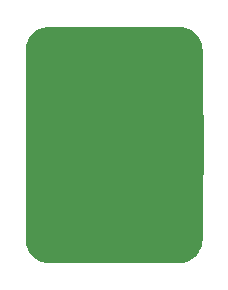
<source format=gbr>
%TF.GenerationSoftware,KiCad,Pcbnew,6.0.1-79c1e3a40b~116~ubuntu20.04.1*%
%TF.CreationDate,2022-01-22T19:05:20+01:00*%
%TF.ProjectId,sma-connector,736d612d-636f-46e6-9e65-63746f722e6b,rev?*%
%TF.SameCoordinates,Original*%
%TF.FileFunction,Soldermask,Top*%
%TF.FilePolarity,Negative*%
%FSLAX46Y46*%
G04 Gerber Fmt 4.6, Leading zero omitted, Abs format (unit mm)*
G04 Created by KiCad (PCBNEW 6.0.1-79c1e3a40b~116~ubuntu20.04.1) date 2022-01-22 19:05:20*
%MOMM*%
%LPD*%
G01*
G04 APERTURE LIST*
G04 Aperture macros list*
%AMFreePoly0*
4,1,25,-1.500000,1.420000,-1.360000,1.280000,-1.205000,1.155000,-1.035000,1.045000,-0.860000,0.950000,-0.675000,0.875000,-0.480000,0.820000,-0.280000,0.780000,-0.085000,0.765000,0.085000,0.765000,0.280000,0.780000,0.480000,0.820000,0.675000,0.875000,0.860000,0.950000,1.035000,1.045000,1.205000,1.155000,1.360000,1.280000,1.500000,1.420000,1.645000,1.595000,3.555000,1.595000,
3.555000,-0.755000,-3.555000,-0.755000,-3.555000,1.595000,-1.645000,1.595000,-1.500000,1.420000,-1.500000,1.420000,$1*%
G04 Aperture macros list end*
%ADD10C,0.120000*%
%ADD11FreePoly0,180.000000*%
%ADD12FreePoly0,0.000000*%
%ADD13C,1.730000*%
%ADD14C,3.400000*%
G04 APERTURE END LIST*
D10*
%TO.C,J2*%
X141500000Y-66000000D02*
X138000000Y-66000000D01*
X138000000Y-66000000D02*
X138000000Y-61000000D01*
X138000000Y-61000000D02*
X141500000Y-61000000D01*
X141500000Y-61000000D02*
X141500000Y-66000000D01*
G36*
X141500000Y-66000000D02*
G01*
X138000000Y-66000000D01*
X138000000Y-61000000D01*
X141500000Y-61000000D01*
X141500000Y-66000000D01*
G37*
X141500000Y-66000000D02*
X138000000Y-66000000D01*
X138000000Y-61000000D01*
X141500000Y-61000000D01*
X141500000Y-66000000D01*
%TD*%
D11*
%TO.C,J1*%
X132000000Y-60700000D03*
D12*
X132000000Y-66300000D03*
D13*
X132000000Y-63500000D03*
%TD*%
D14*
%TO.C,H4*%
X139000000Y-71000000D03*
%TD*%
%TO.C,H3*%
X129000000Y-56000000D03*
%TD*%
%TO.C,H2*%
X139000000Y-56000000D03*
%TD*%
%TO.C,H1*%
X129000000Y-71000000D03*
%TD*%
G36*
X139504487Y-53500321D02*
G01*
X139775645Y-53519714D01*
X139793440Y-53522273D01*
X140054654Y-53579097D01*
X140071903Y-53584161D01*
X140322386Y-53677586D01*
X140338740Y-53685055D01*
X140573375Y-53813176D01*
X140588498Y-53822895D01*
X140802510Y-53983103D01*
X140816096Y-53994876D01*
X141005124Y-54183904D01*
X141016897Y-54197490D01*
X141177105Y-54411502D01*
X141186824Y-54426625D01*
X141314945Y-54661260D01*
X141322414Y-54677614D01*
X141415839Y-54928097D01*
X141420903Y-54945346D01*
X141477727Y-55206560D01*
X141480286Y-55224355D01*
X141499679Y-55495513D01*
X141500000Y-55504501D01*
X141500000Y-71495499D01*
X141499679Y-71504487D01*
X141480286Y-71775645D01*
X141477727Y-71793440D01*
X141420903Y-72054654D01*
X141415839Y-72071903D01*
X141322414Y-72322386D01*
X141314945Y-72338740D01*
X141186824Y-72573375D01*
X141177105Y-72588498D01*
X141016897Y-72802510D01*
X141005124Y-72816096D01*
X140816096Y-73005124D01*
X140802510Y-73016897D01*
X140588498Y-73177105D01*
X140573375Y-73186824D01*
X140338740Y-73314945D01*
X140322386Y-73322414D01*
X140071903Y-73415839D01*
X140054654Y-73420903D01*
X139793440Y-73477727D01*
X139775645Y-73480286D01*
X139504487Y-73499679D01*
X139495499Y-73500000D01*
X128504501Y-73500000D01*
X128495513Y-73499679D01*
X128224355Y-73480286D01*
X128206560Y-73477727D01*
X127945346Y-73420903D01*
X127928097Y-73415839D01*
X127677614Y-73322414D01*
X127661260Y-73314945D01*
X127426625Y-73186824D01*
X127411502Y-73177105D01*
X127197490Y-73016897D01*
X127183904Y-73005124D01*
X126994876Y-72816096D01*
X126983103Y-72802510D01*
X126822895Y-72588498D01*
X126813176Y-72573375D01*
X126685055Y-72338740D01*
X126677586Y-72322386D01*
X126584161Y-72071903D01*
X126579097Y-72054654D01*
X126522273Y-71793440D01*
X126519714Y-71775645D01*
X126500321Y-71504487D01*
X126500000Y-71495499D01*
X126500000Y-55504501D01*
X126500321Y-55495513D01*
X126519714Y-55224355D01*
X126522273Y-55206560D01*
X126579097Y-54945346D01*
X126584161Y-54928097D01*
X126677586Y-54677614D01*
X126685055Y-54661260D01*
X126813176Y-54426625D01*
X126822895Y-54411502D01*
X126983103Y-54197490D01*
X126994876Y-54183904D01*
X127183904Y-53994876D01*
X127197490Y-53983103D01*
X127411502Y-53822895D01*
X127426625Y-53813176D01*
X127661260Y-53685055D01*
X127677614Y-53677586D01*
X127928097Y-53584161D01*
X127945346Y-53579097D01*
X128206560Y-53522273D01*
X128224355Y-53519714D01*
X128495513Y-53500321D01*
X128504501Y-53500000D01*
X139495499Y-53500000D01*
X139504487Y-53500321D01*
G37*
M02*

</source>
